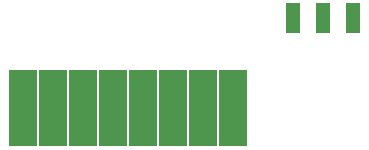
<source format=gbr>
G04 EAGLE Gerber RS-274X export*
G75*
%MOMM*%
%FSLAX34Y34*%
%LPD*%
%INSolderpaste Top*%
%IPPOS*%
%AMOC8*
5,1,8,0,0,1.08239X$1,22.5*%
G01*
%ADD10R,1.270000X2.540000*%
%ADD11R,2.400000X6.502400*%


D10*
X863600Y304800D03*
X889000Y304800D03*
X838200Y304800D03*
D11*
X685800Y228613D03*
X711200Y228613D03*
X736600Y228613D03*
X762000Y228613D03*
X787400Y228613D03*
X660400Y228613D03*
X635000Y228613D03*
X609600Y228613D03*
M02*

</source>
